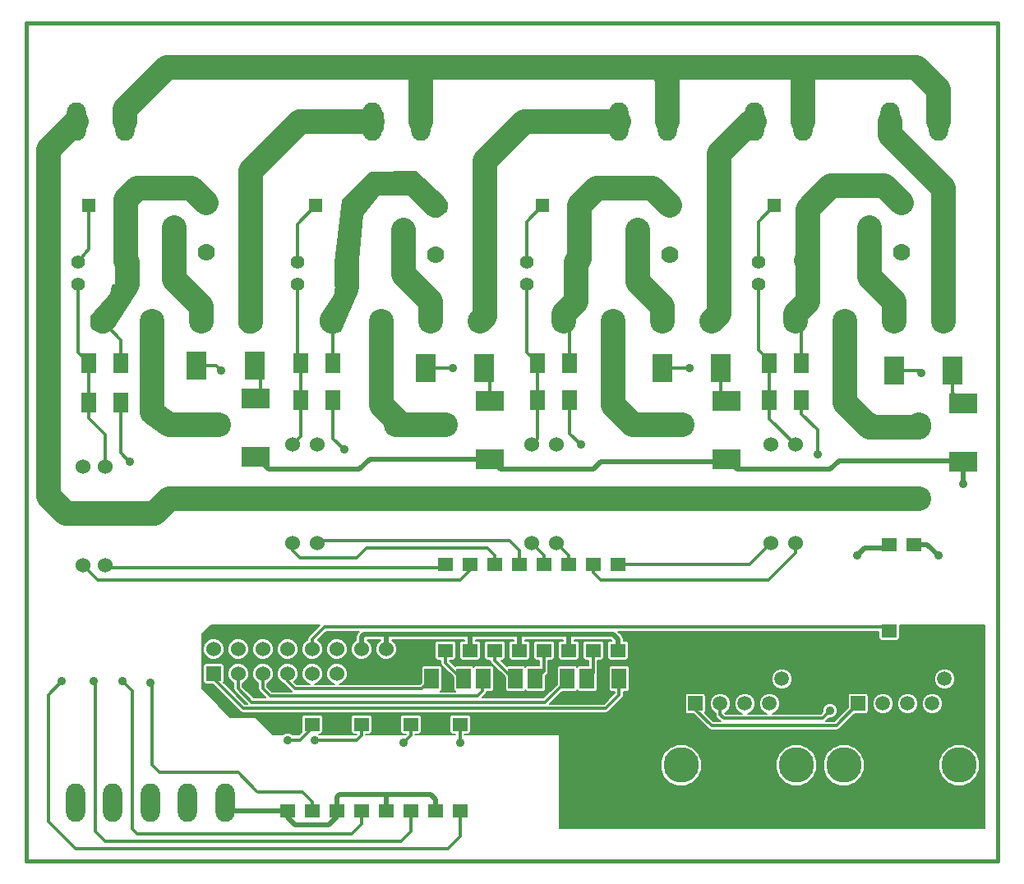
<source format=gbl>
G04 (created by PCBNEW (2013-jul-07)-stable) date ven. 28 nov. 2014 17:15:50 CET*
%MOIN*%
G04 Gerber Fmt 3.4, Leading zero omitted, Abs format*
%FSLAX34Y34*%
G01*
G70*
G90*
G04 APERTURE LIST*
%ADD10C,0.00590551*%
%ADD11C,0.015*%
%ADD12O,0.078X0.156*%
%ADD13R,0.06X0.08*%
%ADD14R,0.0787X0.1181*%
%ADD15R,0.1181X0.0787*%
%ADD16C,0.1*%
%ADD17C,0.055*%
%ADD18R,0.055X0.055*%
%ADD19C,0.1437*%
%ADD20R,0.0591X0.0591*%
%ADD21C,0.0591*%
%ADD22C,0.0787402*%
%ADD23C,0.07*%
%ADD24R,0.07X0.07*%
%ADD25R,0.06X0.06*%
%ADD26C,0.06*%
%ADD27R,0.0590551X0.0551181*%
%ADD28C,0.035*%
%ADD29C,0.0197*%
%ADD30C,0.1*%
%ADD31C,0.011811*%
%ADD32C,0.005*%
G04 APERTURE END LIST*
G54D10*
G54D11*
X71500Y-62000D02*
X110900Y-62000D01*
X71500Y-28000D02*
X110900Y-28000D01*
X110900Y-28000D02*
X110800Y-28000D01*
X110900Y-62000D02*
X110900Y-28000D01*
X71500Y-62000D02*
X71500Y-28000D01*
G54D12*
X75490Y-32000D03*
X73520Y-32000D03*
G54D13*
X102950Y-43300D03*
X101650Y-43300D03*
X102950Y-41800D03*
X101650Y-41800D03*
G54D14*
X106719Y-42100D03*
X109081Y-42100D03*
G54D15*
X109500Y-43419D03*
X109500Y-45781D03*
G54D13*
X93550Y-43300D03*
X92250Y-43300D03*
X93550Y-41800D03*
X92250Y-41800D03*
G54D14*
X97319Y-42000D03*
X99681Y-42000D03*
G54D15*
X99900Y-43319D03*
X99900Y-45681D03*
G54D13*
X83950Y-43300D03*
X82650Y-43300D03*
X83950Y-41800D03*
X82650Y-41800D03*
X75330Y-43400D03*
X74030Y-43400D03*
X75350Y-41800D03*
X74050Y-41800D03*
G54D14*
X78419Y-41900D03*
X80781Y-41900D03*
G54D15*
X80800Y-43219D03*
X80800Y-45581D03*
G54D13*
X87950Y-54600D03*
X89250Y-54600D03*
X90050Y-54600D03*
X91350Y-54600D03*
X93450Y-54600D03*
X92150Y-54600D03*
X95550Y-54600D03*
X94250Y-54600D03*
G54D16*
X105700Y-47300D03*
X105700Y-44300D03*
X107700Y-47300D03*
X107700Y-44300D03*
X96100Y-47300D03*
X96100Y-44300D03*
X98100Y-47300D03*
X98100Y-44300D03*
X86500Y-47300D03*
X86500Y-44300D03*
X88500Y-47300D03*
X88500Y-44300D03*
X77300Y-47300D03*
X77300Y-44300D03*
X79300Y-47300D03*
X79300Y-44300D03*
X102700Y-40100D03*
X104700Y-40100D03*
X106700Y-40100D03*
X108700Y-40100D03*
X93300Y-40100D03*
X95300Y-40100D03*
X97300Y-40100D03*
X99300Y-40100D03*
X83900Y-40100D03*
X85900Y-40100D03*
X87900Y-40100D03*
X89900Y-40100D03*
X74600Y-40100D03*
X76600Y-40100D03*
X78600Y-40100D03*
X80600Y-40100D03*
G54D17*
X101200Y-38600D03*
X103200Y-38600D03*
G54D18*
X101850Y-35400D03*
G54D17*
X103350Y-35400D03*
X101200Y-37700D03*
X103200Y-37700D03*
X91800Y-38600D03*
X93800Y-38600D03*
G54D18*
X92450Y-35400D03*
G54D17*
X93950Y-35400D03*
X91800Y-37700D03*
X93800Y-37700D03*
X82500Y-38600D03*
X84500Y-38600D03*
G54D18*
X83250Y-35400D03*
G54D17*
X84750Y-35400D03*
X82500Y-37700D03*
X84500Y-37700D03*
X73600Y-38600D03*
X75600Y-38600D03*
G54D18*
X74050Y-35400D03*
G54D17*
X75550Y-35400D03*
X73600Y-37700D03*
X75600Y-37700D03*
G54D19*
X109338Y-58112D03*
X104665Y-58112D03*
G54D20*
X105250Y-55612D03*
G54D21*
X105750Y-54612D03*
X106250Y-55612D03*
X106750Y-54612D03*
X107250Y-55612D03*
X107750Y-54612D03*
X108250Y-55612D03*
X108750Y-54612D03*
G54D22*
X104250Y-60112D03*
X109700Y-60112D03*
G54D19*
X102738Y-58112D03*
X98065Y-58112D03*
G54D20*
X98650Y-55612D03*
G54D21*
X99150Y-54612D03*
X99650Y-55612D03*
X100150Y-54612D03*
X100650Y-55612D03*
X101150Y-54612D03*
X101650Y-55612D03*
X102150Y-54612D03*
G54D22*
X97650Y-60112D03*
X103100Y-60112D03*
G54D12*
X108490Y-32000D03*
X106520Y-32000D03*
X102990Y-32000D03*
X101020Y-32000D03*
X97490Y-32000D03*
X95520Y-32000D03*
X87490Y-32000D03*
X85520Y-32000D03*
X73500Y-59645D03*
X75015Y-59645D03*
X76531Y-59645D03*
X78047Y-59645D03*
X79562Y-59645D03*
G54D23*
X78800Y-37300D03*
X77500Y-36300D03*
G54D24*
X78800Y-35300D03*
G54D23*
X88100Y-37400D03*
X86800Y-36400D03*
G54D24*
X88100Y-35400D03*
G54D23*
X107000Y-37300D03*
X105700Y-36300D03*
G54D24*
X107000Y-35300D03*
G54D25*
X79100Y-54400D03*
G54D26*
X79100Y-53400D03*
X80100Y-54400D03*
X80100Y-53400D03*
X81100Y-54400D03*
X81100Y-53400D03*
X82100Y-54400D03*
X82100Y-53400D03*
X83100Y-54400D03*
X83100Y-53400D03*
X84100Y-54400D03*
X84100Y-53400D03*
X85100Y-54400D03*
X85100Y-53400D03*
X86100Y-54400D03*
X86100Y-53400D03*
G54D15*
X90300Y-43319D03*
X90300Y-45681D03*
G54D14*
X87719Y-42000D03*
X90081Y-42000D03*
G54D23*
X97600Y-37400D03*
X96300Y-36400D03*
G54D24*
X97600Y-35400D03*
G54D27*
X95500Y-53450D03*
X94500Y-53450D03*
X93500Y-53450D03*
X92500Y-53450D03*
X91500Y-53450D03*
X90500Y-53450D03*
X89500Y-53450D03*
X88500Y-53450D03*
X88500Y-49950D03*
X89500Y-49950D03*
X90500Y-49950D03*
X91500Y-49950D03*
X92500Y-49950D03*
X93500Y-49950D03*
X94500Y-49950D03*
X95500Y-49950D03*
X89100Y-59950D03*
X88100Y-59950D03*
X87100Y-59950D03*
X86100Y-59950D03*
X85100Y-59950D03*
X84100Y-59950D03*
X83100Y-59950D03*
X82100Y-59950D03*
X82100Y-56450D03*
X83100Y-56450D03*
X84100Y-56450D03*
X85100Y-56450D03*
X86100Y-56450D03*
X87100Y-56450D03*
X88100Y-56450D03*
X89100Y-56450D03*
X106500Y-49150D03*
X107500Y-49150D03*
X107500Y-52650D03*
X106500Y-52650D03*
G54D26*
X101700Y-49100D03*
X101700Y-45100D03*
X102700Y-49100D03*
X102700Y-45100D03*
X93000Y-49100D03*
X93000Y-45100D03*
X92000Y-49100D03*
X92000Y-45100D03*
X73800Y-50000D03*
X73800Y-46000D03*
X74700Y-50000D03*
X74700Y-46000D03*
X83300Y-49100D03*
X83300Y-45100D03*
X82300Y-49100D03*
X82300Y-45100D03*
G54D28*
X89100Y-57200D03*
X86800Y-57200D03*
X83200Y-57100D03*
X82100Y-57100D03*
X109500Y-46700D03*
X75700Y-45800D03*
X108500Y-49600D03*
X105200Y-49600D03*
X103600Y-45500D03*
X107800Y-42200D03*
X84400Y-45300D03*
X88800Y-42000D03*
X94000Y-45100D03*
X98400Y-42000D03*
X72950Y-54700D03*
X74250Y-54700D03*
X75400Y-54700D03*
X76550Y-54750D03*
X79400Y-42100D03*
X104100Y-55900D03*
G54D29*
X86100Y-53400D02*
X86100Y-52800D01*
X86500Y-52800D02*
X86100Y-52800D01*
X86100Y-52800D02*
X85200Y-52800D01*
X85200Y-52800D02*
X85100Y-52900D01*
X85100Y-52900D02*
X85100Y-53400D01*
X89500Y-53450D02*
X89500Y-52800D01*
X91500Y-53450D02*
X91500Y-52800D01*
X93500Y-53450D02*
X93500Y-52800D01*
X95500Y-53000D02*
X95500Y-53450D01*
X95300Y-52800D02*
X95500Y-53000D01*
X86500Y-52800D02*
X89500Y-52800D01*
X89500Y-52800D02*
X91500Y-52800D01*
X91500Y-52800D02*
X93500Y-52800D01*
X93500Y-52800D02*
X95300Y-52800D01*
G54D30*
X78600Y-40100D02*
X78600Y-39500D01*
X77500Y-38400D02*
X77500Y-36300D01*
X78600Y-39500D02*
X77500Y-38400D01*
X76600Y-40100D02*
X76600Y-43800D01*
X76600Y-43800D02*
X77300Y-44300D01*
X79300Y-44300D02*
X77300Y-44300D01*
X80600Y-40100D02*
X80600Y-34000D01*
X82600Y-32000D02*
X85520Y-32000D01*
X80600Y-34000D02*
X82600Y-32000D01*
X78200Y-34700D02*
X78800Y-35300D01*
X76000Y-34700D02*
X78200Y-34700D01*
X75550Y-35150D02*
X76000Y-34700D01*
X75550Y-35400D02*
X75550Y-35150D01*
X75550Y-35400D02*
X75550Y-37650D01*
X75550Y-37650D02*
X75600Y-37700D01*
X75600Y-37700D02*
X75600Y-38600D01*
G54D31*
X75350Y-41800D02*
X75350Y-40850D01*
X75350Y-40850D02*
X74600Y-40100D01*
G54D30*
X75600Y-38600D02*
X75600Y-37700D01*
X75550Y-35350D02*
X75550Y-35400D01*
X75550Y-35400D02*
X75550Y-35350D01*
X86800Y-36400D02*
X86800Y-38200D01*
X87900Y-39300D02*
X87900Y-40100D01*
X86800Y-38200D02*
X87900Y-39300D01*
X86500Y-44300D02*
X86500Y-44100D01*
X85900Y-43500D02*
X85900Y-40100D01*
X86500Y-44100D02*
X85900Y-43500D01*
X86500Y-44300D02*
X88500Y-44300D01*
X90100Y-33900D02*
X90100Y-39900D01*
X90100Y-39900D02*
X89900Y-40100D01*
X91700Y-32000D02*
X95520Y-32000D01*
X90100Y-33900D02*
X90100Y-33600D01*
X90100Y-33600D02*
X91700Y-32000D01*
G54D31*
X83950Y-41800D02*
X83950Y-40150D01*
X83950Y-40150D02*
X83900Y-40100D01*
G54D30*
X84500Y-38600D02*
X84500Y-37700D01*
G54D31*
X83950Y-41500D02*
X83950Y-40150D01*
X83950Y-40150D02*
X83900Y-40100D01*
X83950Y-40150D02*
X83900Y-40100D01*
X83950Y-40150D02*
X83900Y-40100D01*
G54D30*
X97300Y-40100D02*
X97300Y-39500D01*
X96300Y-38500D02*
X96300Y-36400D01*
X97300Y-39500D02*
X96300Y-38500D01*
X96100Y-44300D02*
X98100Y-44300D01*
X95300Y-40100D02*
X95300Y-43500D01*
X95300Y-43500D02*
X96100Y-44300D01*
X101020Y-32000D02*
X100900Y-32000D01*
X99600Y-39800D02*
X99300Y-40100D01*
X99600Y-33300D02*
X99600Y-39800D01*
X100900Y-32000D02*
X99600Y-33300D01*
X93950Y-35400D02*
X94650Y-34700D01*
X94900Y-34700D02*
X96900Y-34700D01*
X96900Y-34700D02*
X97600Y-35400D01*
X94650Y-34700D02*
X94900Y-34700D01*
X93800Y-37700D02*
X93950Y-37550D01*
X93950Y-37550D02*
X93950Y-35400D01*
G54D31*
X93550Y-41600D02*
X93550Y-40350D01*
X93550Y-40350D02*
X93300Y-40100D01*
G54D30*
X93800Y-38600D02*
X93800Y-37700D01*
X93300Y-40100D02*
X93300Y-39800D01*
X93800Y-39300D02*
X93800Y-38600D01*
X93300Y-39800D02*
X93800Y-39300D01*
X105700Y-36300D02*
X105700Y-38300D01*
X106700Y-39300D02*
X106700Y-40100D01*
X105700Y-38300D02*
X106700Y-39300D01*
X105700Y-44400D02*
X107700Y-44400D01*
X104700Y-40100D02*
X104700Y-43400D01*
X104700Y-43400D02*
X105700Y-44400D01*
X108700Y-40100D02*
X108700Y-34700D01*
X108700Y-34700D02*
X108700Y-34800D01*
X108700Y-34800D02*
X108700Y-34700D01*
X106520Y-32520D02*
X106520Y-32000D01*
X108700Y-34700D02*
X106520Y-32520D01*
X103350Y-35400D02*
X104150Y-34600D01*
X104600Y-34600D02*
X106300Y-34600D01*
X106300Y-34600D02*
X107000Y-35300D01*
X104150Y-34600D02*
X104600Y-34600D01*
X103350Y-35400D02*
X103200Y-35550D01*
X103200Y-35550D02*
X103200Y-37700D01*
G54D31*
X103200Y-38600D02*
X103200Y-37700D01*
X102950Y-41700D02*
X102950Y-40350D01*
X102950Y-40350D02*
X102700Y-40100D01*
G54D30*
X102700Y-40100D02*
X102700Y-39800D01*
X103200Y-39300D02*
X103200Y-37700D01*
X102700Y-39800D02*
X103200Y-39300D01*
X103200Y-37700D02*
X103130Y-37630D01*
G54D31*
X89100Y-57200D02*
X89100Y-56450D01*
X87100Y-56450D02*
X87100Y-56900D01*
X87100Y-56900D02*
X86800Y-57200D01*
X85100Y-56450D02*
X85100Y-56900D01*
X84900Y-57100D02*
X83200Y-57100D01*
X85100Y-56900D02*
X84900Y-57100D01*
X83100Y-56450D02*
X83100Y-56600D01*
X82600Y-57100D02*
X82100Y-57100D01*
X83100Y-56600D02*
X82600Y-57100D01*
G54D29*
X86100Y-59950D02*
X86100Y-59300D01*
X84100Y-59950D02*
X84100Y-59400D01*
X88100Y-59500D02*
X88100Y-59950D01*
X87900Y-59300D02*
X88100Y-59500D01*
X84200Y-59300D02*
X86100Y-59300D01*
X86100Y-59300D02*
X87900Y-59300D01*
X84100Y-59400D02*
X84200Y-59300D01*
X82100Y-59950D02*
X82100Y-60245D01*
X84100Y-60200D02*
X84100Y-59950D01*
X83754Y-60545D02*
X84100Y-60200D01*
X82400Y-60545D02*
X83754Y-60545D01*
X82100Y-60245D02*
X82400Y-60545D01*
X82100Y-59950D02*
X79867Y-59950D01*
X79867Y-59950D02*
X79562Y-59645D01*
G54D30*
X72400Y-45800D02*
X72400Y-47200D01*
X76700Y-47900D02*
X77300Y-47300D01*
X73100Y-47900D02*
X76700Y-47900D01*
X72400Y-47200D02*
X73100Y-47900D01*
X98100Y-47300D02*
X105700Y-47300D01*
X105700Y-47300D02*
X107700Y-47300D01*
X88500Y-47300D02*
X96100Y-47300D01*
X96100Y-47300D02*
X98100Y-47300D01*
X79300Y-47300D02*
X86500Y-47300D01*
X72400Y-45800D02*
X72400Y-33120D01*
X72400Y-33120D02*
X73520Y-32000D01*
X87200Y-47300D02*
X79300Y-47300D01*
X79300Y-47300D02*
X77300Y-47300D01*
X86500Y-47300D02*
X88500Y-47300D01*
G54D29*
X95100Y-45800D02*
X94810Y-45800D01*
X90729Y-46110D02*
X90300Y-45681D01*
X94500Y-46110D02*
X90729Y-46110D01*
X94810Y-45800D02*
X94500Y-46110D01*
X90300Y-45681D02*
X85429Y-45681D01*
X85429Y-45681D02*
X85000Y-46110D01*
X85000Y-46110D02*
X81329Y-46110D01*
X81329Y-46110D02*
X80800Y-45581D01*
X105400Y-45750D02*
X104460Y-45750D01*
X100329Y-46110D02*
X99900Y-45681D01*
X104100Y-46110D02*
X100329Y-46110D01*
X104460Y-45750D02*
X104100Y-46110D01*
X109469Y-45750D02*
X109500Y-45781D01*
X105400Y-45750D02*
X109469Y-45750D01*
X99781Y-45800D02*
X99900Y-45681D01*
X95100Y-45800D02*
X99781Y-45800D01*
X109500Y-46700D02*
X109500Y-45781D01*
G54D30*
X75490Y-32000D02*
X75490Y-31510D01*
X77200Y-29800D02*
X87490Y-29800D01*
X75490Y-31510D02*
X77200Y-29800D01*
X102990Y-32000D02*
X102990Y-29800D01*
X102900Y-30000D02*
X102900Y-29800D01*
X102900Y-29890D02*
X102900Y-30000D01*
X102990Y-29800D02*
X102900Y-29890D01*
X97490Y-32000D02*
X97490Y-29800D01*
X97400Y-30100D02*
X97400Y-29800D01*
X97400Y-29890D02*
X97400Y-30100D01*
X97490Y-29800D02*
X97400Y-29890D01*
X87490Y-32000D02*
X87490Y-29800D01*
X87400Y-30000D02*
X87400Y-29800D01*
X87490Y-29800D02*
X87400Y-29890D01*
X87400Y-29890D02*
X87400Y-30000D01*
X108490Y-32000D02*
X108490Y-30690D01*
X107600Y-29800D02*
X102900Y-29800D01*
X102900Y-29800D02*
X97400Y-29800D01*
X97400Y-29800D02*
X87400Y-29800D01*
X108490Y-30690D02*
X107600Y-29800D01*
G54D29*
X81000Y-45481D02*
X81000Y-45901D01*
G54D31*
X93500Y-49950D02*
X93500Y-49600D01*
X93500Y-49600D02*
X93000Y-49100D01*
X100100Y-50600D02*
X101600Y-50600D01*
X102700Y-49500D02*
X102700Y-49100D01*
X101600Y-50600D02*
X102700Y-49500D01*
X94500Y-49950D02*
X94500Y-50300D01*
X94500Y-50300D02*
X94800Y-50600D01*
X94800Y-50600D02*
X100100Y-50600D01*
X95500Y-49950D02*
X100850Y-49950D01*
X100850Y-49950D02*
X101700Y-49100D01*
X92500Y-49950D02*
X92500Y-49600D01*
X92500Y-49600D02*
X92000Y-49100D01*
X92500Y-49600D02*
X92000Y-49100D01*
X82300Y-49100D02*
X82300Y-49400D01*
X90200Y-49300D02*
X90500Y-49600D01*
X90500Y-49600D02*
X90500Y-49950D01*
X85300Y-49300D02*
X90200Y-49300D01*
X84900Y-49700D02*
X85300Y-49300D01*
X82600Y-49700D02*
X84900Y-49700D01*
X82300Y-49400D02*
X82600Y-49700D01*
X91500Y-49400D02*
X91500Y-49950D01*
X91100Y-49000D02*
X91500Y-49400D01*
X83500Y-49000D02*
X91100Y-49000D01*
X75330Y-43400D02*
X75330Y-45430D01*
X75330Y-45430D02*
X75700Y-45800D01*
X75450Y-45550D02*
X75700Y-45800D01*
X75450Y-45550D02*
X75700Y-45800D01*
G54D29*
X108050Y-49150D02*
X107500Y-49150D01*
X108500Y-49600D02*
X108050Y-49150D01*
X106350Y-49300D02*
X106500Y-49150D01*
X105500Y-49300D02*
X106350Y-49300D01*
X105200Y-49600D02*
X105500Y-49300D01*
G54D31*
X102950Y-43300D02*
X102950Y-43850D01*
X103600Y-44500D02*
X103600Y-45500D01*
X102950Y-43850D02*
X103600Y-44500D01*
X107700Y-42100D02*
X106719Y-42100D01*
X107800Y-42200D02*
X107700Y-42100D01*
X83950Y-43000D02*
X83950Y-44850D01*
X83950Y-44850D02*
X84400Y-45300D01*
X88800Y-42000D02*
X87719Y-42000D01*
X87700Y-42000D02*
X87719Y-42000D01*
X93550Y-43000D02*
X93550Y-44650D01*
X93550Y-44650D02*
X94000Y-45100D01*
X98400Y-42000D02*
X97319Y-42000D01*
X94500Y-53450D02*
X94500Y-54350D01*
X94500Y-54350D02*
X94250Y-54600D01*
X92500Y-53450D02*
X92500Y-54300D01*
X92500Y-54300D02*
X92100Y-54700D01*
X90500Y-53450D02*
X90500Y-53850D01*
X90500Y-53850D02*
X91300Y-54650D01*
X88500Y-53450D02*
X88500Y-53950D01*
X88500Y-53950D02*
X89200Y-54650D01*
X72400Y-57750D02*
X72400Y-55250D01*
X72400Y-55250D02*
X72950Y-54700D01*
X89100Y-61000D02*
X89100Y-59950D01*
X88600Y-61500D02*
X89100Y-61000D01*
X73500Y-61500D02*
X88600Y-61500D01*
X72400Y-60400D02*
X73500Y-61500D01*
X72400Y-57750D02*
X72400Y-60400D01*
X74300Y-56250D02*
X74300Y-54750D01*
X74300Y-54750D02*
X74250Y-54700D01*
X87100Y-60800D02*
X87100Y-59950D01*
X86700Y-61200D02*
X87100Y-60800D01*
X74700Y-61200D02*
X86700Y-61200D01*
X74300Y-60800D02*
X74700Y-61200D01*
X74300Y-56250D02*
X74300Y-60800D01*
X75800Y-57650D02*
X75800Y-55100D01*
X75800Y-55100D02*
X75400Y-54700D01*
X85100Y-60500D02*
X85100Y-59950D01*
X84700Y-60900D02*
X85100Y-60500D01*
X76000Y-60900D02*
X84700Y-60900D01*
X75800Y-60700D02*
X76000Y-60900D01*
X75800Y-57650D02*
X75800Y-60700D01*
X76600Y-57400D02*
X76600Y-58100D01*
X80100Y-58400D02*
X80850Y-59150D01*
X76900Y-58400D02*
X80100Y-58400D01*
X76600Y-58100D02*
X76900Y-58400D01*
X76600Y-57400D02*
X76600Y-54800D01*
X76600Y-54800D02*
X76550Y-54750D01*
X83100Y-59600D02*
X83100Y-59950D01*
X82700Y-59200D02*
X83100Y-59600D01*
X80900Y-59200D02*
X82700Y-59200D01*
X80850Y-59150D02*
X80900Y-59200D01*
X81000Y-43119D02*
X81000Y-42119D01*
X81000Y-42119D02*
X80781Y-41900D01*
X109081Y-42100D02*
X109081Y-43000D01*
X109081Y-43000D02*
X109500Y-43419D01*
X78419Y-41900D02*
X79200Y-41900D01*
X79200Y-41900D02*
X79400Y-42100D01*
X90300Y-43319D02*
X90300Y-42219D01*
X90300Y-42219D02*
X90081Y-42000D01*
X99681Y-42000D02*
X99681Y-43100D01*
X99681Y-43100D02*
X99900Y-43319D01*
X88500Y-49950D02*
X88350Y-49950D01*
X74800Y-50100D02*
X74700Y-50000D01*
X88200Y-50100D02*
X74800Y-50100D01*
X88350Y-49950D02*
X88200Y-50100D01*
X74600Y-50600D02*
X74400Y-50600D01*
X89100Y-50600D02*
X74600Y-50600D01*
X89500Y-50200D02*
X89100Y-50600D01*
X89500Y-49950D02*
X89500Y-50200D01*
X74400Y-50600D02*
X73800Y-50000D01*
X81000Y-55800D02*
X80300Y-55800D01*
X79100Y-54600D02*
X79100Y-54400D01*
X80300Y-55800D02*
X79100Y-54600D01*
X93800Y-55800D02*
X95000Y-55800D01*
X81000Y-55800D02*
X93800Y-55800D01*
X95550Y-55250D02*
X95550Y-54600D01*
X95000Y-55800D02*
X95550Y-55250D01*
X74050Y-35400D02*
X74050Y-37150D01*
X74050Y-37150D02*
X73600Y-37700D01*
X74030Y-43400D02*
X74030Y-44030D01*
X74700Y-44700D02*
X74700Y-46000D01*
X74030Y-44030D02*
X74700Y-44700D01*
X73600Y-38600D02*
X73600Y-41350D01*
X73600Y-41350D02*
X74050Y-41800D01*
X74050Y-41800D02*
X74050Y-43380D01*
X74050Y-43380D02*
X74030Y-43400D01*
X80100Y-54400D02*
X80100Y-55000D01*
X80100Y-55000D02*
X80650Y-55550D01*
X92550Y-55550D02*
X93400Y-54700D01*
X80650Y-55550D02*
X92550Y-55550D01*
X82500Y-37400D02*
X82500Y-36150D01*
X82500Y-36150D02*
X83250Y-35400D01*
X82500Y-37700D02*
X82500Y-37400D01*
X82650Y-43300D02*
X82650Y-44750D01*
X82650Y-44750D02*
X82300Y-45100D01*
X82500Y-38600D02*
X82500Y-41650D01*
X82500Y-41650D02*
X82650Y-41800D01*
X82650Y-43300D02*
X82650Y-41800D01*
X81100Y-54400D02*
X81100Y-55000D01*
X90000Y-55100D02*
X90000Y-54650D01*
X89800Y-55300D02*
X90000Y-55100D01*
X81400Y-55300D02*
X89800Y-55300D01*
X81100Y-55000D02*
X81400Y-55300D01*
X92450Y-35400D02*
X91800Y-36050D01*
X91800Y-36050D02*
X91800Y-37700D01*
X92250Y-43300D02*
X92250Y-44850D01*
X92250Y-44850D02*
X92000Y-45100D01*
X91800Y-38600D02*
X91800Y-41350D01*
X91800Y-41350D02*
X92250Y-41800D01*
X92250Y-41800D02*
X92250Y-43300D01*
X82100Y-54400D02*
X82100Y-54700D01*
X87550Y-55000D02*
X87950Y-54600D01*
X82400Y-55000D02*
X87550Y-55000D01*
X82100Y-54700D02*
X82400Y-55000D01*
X101850Y-35400D02*
X101200Y-36050D01*
X101200Y-36050D02*
X101200Y-37700D01*
X101650Y-43300D02*
X101650Y-44050D01*
X101650Y-44050D02*
X102700Y-45100D01*
X101200Y-41250D02*
X101650Y-41700D01*
X101200Y-38600D02*
X101200Y-41250D01*
X101650Y-41700D02*
X101650Y-43100D01*
X99650Y-55612D02*
X99650Y-56050D01*
X103800Y-56200D02*
X104100Y-55900D01*
X99800Y-56200D02*
X103800Y-56200D01*
X99650Y-56050D02*
X99800Y-56200D01*
X98650Y-55612D02*
X98650Y-55850D01*
X104362Y-56500D02*
X105250Y-55612D01*
X99300Y-56500D02*
X104362Y-56500D01*
X98650Y-55850D02*
X99300Y-56500D01*
X83100Y-53400D02*
X83100Y-53000D01*
X106350Y-52500D02*
X106500Y-52650D01*
X83600Y-52500D02*
X106350Y-52500D01*
X83100Y-53000D02*
X83600Y-52500D01*
G54D10*
G36*
X110375Y-60675D02*
X110181Y-60675D01*
X110181Y-57945D01*
X110053Y-57635D01*
X109816Y-57397D01*
X109506Y-57269D01*
X109170Y-57268D01*
X109170Y-57269D01*
X109170Y-54529D01*
X109106Y-54374D01*
X108988Y-54256D01*
X108834Y-54192D01*
X108666Y-54192D01*
X108512Y-54255D01*
X108393Y-54374D01*
X108329Y-54528D01*
X108329Y-54695D01*
X108393Y-54850D01*
X108511Y-54968D01*
X108665Y-55033D01*
X108833Y-55033D01*
X108987Y-54969D01*
X109106Y-54851D01*
X109170Y-54696D01*
X109170Y-54529D01*
X109170Y-57269D01*
X108860Y-57397D01*
X108670Y-57587D01*
X108670Y-55529D01*
X108606Y-55374D01*
X108488Y-55256D01*
X108334Y-55192D01*
X108166Y-55192D01*
X108012Y-55255D01*
X107893Y-55374D01*
X107829Y-55528D01*
X107829Y-55695D01*
X107893Y-55850D01*
X108011Y-55968D01*
X108165Y-56033D01*
X108333Y-56033D01*
X108487Y-55969D01*
X108606Y-55851D01*
X108670Y-55696D01*
X108670Y-55529D01*
X108670Y-57587D01*
X108623Y-57634D01*
X108494Y-57944D01*
X108494Y-58279D01*
X108622Y-58589D01*
X108859Y-58827D01*
X109169Y-58955D01*
X109505Y-58956D01*
X109815Y-58828D01*
X110052Y-58591D01*
X110181Y-58281D01*
X110181Y-57945D01*
X110181Y-60675D01*
X107670Y-60675D01*
X107670Y-55529D01*
X107606Y-55374D01*
X107488Y-55256D01*
X107334Y-55192D01*
X107166Y-55192D01*
X107012Y-55255D01*
X106893Y-55374D01*
X106829Y-55528D01*
X106829Y-55695D01*
X106893Y-55850D01*
X107011Y-55968D01*
X107165Y-56033D01*
X107333Y-56033D01*
X107487Y-55969D01*
X107606Y-55851D01*
X107670Y-55696D01*
X107670Y-55529D01*
X107670Y-60675D01*
X106670Y-60675D01*
X106670Y-55529D01*
X106606Y-55374D01*
X106488Y-55256D01*
X106334Y-55192D01*
X106166Y-55192D01*
X106012Y-55255D01*
X105893Y-55374D01*
X105829Y-55528D01*
X105829Y-55695D01*
X105893Y-55850D01*
X106011Y-55968D01*
X106165Y-56033D01*
X106333Y-56033D01*
X106487Y-55969D01*
X106606Y-55851D01*
X106670Y-55696D01*
X106670Y-55529D01*
X106670Y-60675D01*
X105670Y-60675D01*
X105670Y-55883D01*
X105670Y-55292D01*
X105651Y-55246D01*
X105616Y-55211D01*
X105570Y-55192D01*
X105520Y-55192D01*
X104929Y-55192D01*
X104883Y-55211D01*
X104848Y-55246D01*
X104829Y-55292D01*
X104829Y-55341D01*
X104829Y-55772D01*
X104286Y-56315D01*
X103944Y-56315D01*
X104060Y-56199D01*
X104159Y-56200D01*
X104269Y-56154D01*
X104354Y-56070D01*
X104399Y-55959D01*
X104400Y-55840D01*
X104354Y-55730D01*
X104270Y-55645D01*
X104159Y-55600D01*
X104040Y-55599D01*
X103930Y-55645D01*
X103845Y-55729D01*
X103800Y-55840D01*
X103799Y-55939D01*
X103723Y-56015D01*
X102570Y-56015D01*
X102570Y-54529D01*
X102506Y-54374D01*
X102388Y-54256D01*
X102234Y-54192D01*
X102066Y-54192D01*
X101912Y-54255D01*
X101793Y-54374D01*
X101729Y-54528D01*
X101729Y-54695D01*
X101793Y-54850D01*
X101911Y-54968D01*
X102065Y-55033D01*
X102233Y-55033D01*
X102387Y-54969D01*
X102506Y-54851D01*
X102570Y-54696D01*
X102570Y-54529D01*
X102570Y-56015D01*
X101774Y-56015D01*
X101887Y-55969D01*
X102006Y-55851D01*
X102070Y-55696D01*
X102070Y-55529D01*
X102006Y-55374D01*
X101888Y-55256D01*
X101734Y-55192D01*
X101566Y-55192D01*
X101412Y-55255D01*
X101293Y-55374D01*
X101229Y-55528D01*
X101229Y-55695D01*
X101293Y-55850D01*
X101411Y-55968D01*
X101524Y-56015D01*
X100774Y-56015D01*
X100887Y-55969D01*
X101006Y-55851D01*
X101070Y-55696D01*
X101070Y-55529D01*
X101006Y-55374D01*
X100888Y-55256D01*
X100734Y-55192D01*
X100566Y-55192D01*
X100412Y-55255D01*
X100293Y-55374D01*
X100229Y-55528D01*
X100229Y-55695D01*
X100293Y-55850D01*
X100411Y-55968D01*
X100524Y-56015D01*
X99876Y-56015D01*
X99846Y-55986D01*
X99887Y-55969D01*
X100006Y-55851D01*
X100070Y-55696D01*
X100070Y-55529D01*
X100006Y-55374D01*
X99888Y-55256D01*
X99734Y-55192D01*
X99566Y-55192D01*
X99412Y-55255D01*
X99293Y-55374D01*
X99229Y-55528D01*
X99229Y-55695D01*
X99293Y-55850D01*
X99411Y-55968D01*
X99465Y-55991D01*
X99465Y-56050D01*
X99479Y-56120D01*
X99519Y-56180D01*
X99655Y-56315D01*
X99376Y-56315D01*
X99045Y-55985D01*
X99051Y-55978D01*
X99070Y-55933D01*
X99070Y-55883D01*
X99070Y-55292D01*
X99051Y-55246D01*
X99016Y-55211D01*
X98970Y-55192D01*
X98920Y-55192D01*
X98329Y-55192D01*
X98283Y-55211D01*
X98248Y-55246D01*
X98229Y-55292D01*
X98229Y-55341D01*
X98229Y-55932D01*
X98248Y-55978D01*
X98283Y-56014D01*
X98329Y-56033D01*
X98379Y-56033D01*
X98572Y-56033D01*
X99169Y-56630D01*
X99169Y-56630D01*
X99229Y-56670D01*
X99300Y-56684D01*
X104362Y-56684D01*
X104362Y-56684D01*
X104433Y-56670D01*
X104433Y-56670D01*
X104492Y-56630D01*
X105089Y-56033D01*
X105570Y-56033D01*
X105616Y-56014D01*
X105651Y-55978D01*
X105670Y-55933D01*
X105670Y-55883D01*
X105670Y-60675D01*
X105508Y-60675D01*
X105508Y-57945D01*
X105380Y-57635D01*
X105143Y-57397D01*
X104833Y-57269D01*
X104497Y-57268D01*
X104187Y-57397D01*
X103950Y-57634D01*
X103821Y-57944D01*
X103821Y-58279D01*
X103949Y-58589D01*
X104186Y-58827D01*
X104496Y-58955D01*
X104832Y-58956D01*
X105142Y-58828D01*
X105379Y-58591D01*
X105508Y-58281D01*
X105508Y-57945D01*
X105508Y-60675D01*
X103581Y-60675D01*
X103581Y-57945D01*
X103453Y-57635D01*
X103216Y-57397D01*
X102906Y-57269D01*
X102570Y-57268D01*
X102260Y-57397D01*
X102023Y-57634D01*
X101894Y-57944D01*
X101894Y-58279D01*
X102022Y-58589D01*
X102259Y-58827D01*
X102569Y-58955D01*
X102905Y-58956D01*
X103215Y-58828D01*
X103452Y-58591D01*
X103581Y-58281D01*
X103581Y-57945D01*
X103581Y-60675D01*
X98908Y-60675D01*
X98908Y-57945D01*
X98780Y-57635D01*
X98543Y-57397D01*
X98233Y-57269D01*
X97897Y-57268D01*
X97587Y-57397D01*
X97350Y-57634D01*
X97221Y-57944D01*
X97221Y-58279D01*
X97349Y-58589D01*
X97586Y-58827D01*
X97896Y-58955D01*
X98232Y-58956D01*
X98542Y-58828D01*
X98779Y-58591D01*
X98908Y-58281D01*
X98908Y-57945D01*
X98908Y-60675D01*
X95975Y-60675D01*
X95975Y-54975D01*
X95975Y-54175D01*
X95956Y-54129D01*
X95920Y-54094D01*
X95874Y-54075D01*
X95825Y-54074D01*
X95225Y-54074D01*
X95179Y-54093D01*
X95144Y-54129D01*
X95125Y-54175D01*
X95124Y-54224D01*
X95124Y-55024D01*
X95143Y-55070D01*
X95179Y-55105D01*
X95225Y-55124D01*
X95274Y-55125D01*
X95365Y-55125D01*
X95365Y-55173D01*
X94923Y-55615D01*
X93800Y-55615D01*
X92744Y-55615D01*
X93235Y-55125D01*
X93774Y-55125D01*
X93820Y-55106D01*
X93850Y-55076D01*
X93879Y-55105D01*
X93925Y-55124D01*
X93974Y-55125D01*
X94574Y-55125D01*
X94620Y-55106D01*
X94655Y-55070D01*
X94674Y-55024D01*
X94675Y-54975D01*
X94675Y-54395D01*
X94675Y-54395D01*
X94684Y-54350D01*
X94684Y-54350D01*
X94684Y-53850D01*
X94820Y-53850D01*
X94865Y-53831D01*
X94901Y-53796D01*
X94920Y-53750D01*
X94920Y-53700D01*
X94920Y-53149D01*
X94901Y-53103D01*
X94866Y-53068D01*
X94820Y-53049D01*
X94770Y-53049D01*
X94179Y-53049D01*
X94134Y-53068D01*
X94098Y-53103D01*
X94079Y-53149D01*
X94079Y-53199D01*
X94079Y-53750D01*
X94098Y-53796D01*
X94133Y-53831D01*
X94179Y-53850D01*
X94229Y-53850D01*
X94315Y-53850D01*
X94315Y-54074D01*
X93925Y-54074D01*
X93879Y-54093D01*
X93849Y-54123D01*
X93820Y-54094D01*
X93774Y-54075D01*
X93725Y-54074D01*
X93125Y-54074D01*
X93079Y-54093D01*
X93044Y-54129D01*
X93025Y-54175D01*
X93024Y-54224D01*
X93024Y-54814D01*
X92920Y-54919D01*
X92920Y-53700D01*
X92920Y-53149D01*
X92901Y-53103D01*
X92866Y-53068D01*
X92820Y-53049D01*
X92770Y-53049D01*
X92179Y-53049D01*
X92134Y-53068D01*
X92098Y-53103D01*
X92079Y-53149D01*
X92079Y-53199D01*
X92079Y-53750D01*
X92098Y-53796D01*
X92133Y-53831D01*
X92179Y-53850D01*
X92229Y-53850D01*
X92315Y-53850D01*
X92315Y-54074D01*
X91825Y-54074D01*
X91779Y-54093D01*
X91749Y-54123D01*
X91720Y-54094D01*
X91674Y-54075D01*
X91625Y-54074D01*
X91025Y-54074D01*
X90996Y-54086D01*
X90760Y-53850D01*
X90820Y-53850D01*
X90865Y-53831D01*
X90901Y-53796D01*
X90920Y-53750D01*
X90920Y-53700D01*
X90920Y-53149D01*
X90901Y-53103D01*
X90866Y-53068D01*
X90820Y-53049D01*
X90770Y-53049D01*
X90179Y-53049D01*
X90134Y-53068D01*
X90098Y-53103D01*
X90079Y-53149D01*
X90079Y-53199D01*
X90079Y-53750D01*
X90098Y-53796D01*
X90133Y-53831D01*
X90179Y-53850D01*
X90229Y-53850D01*
X90316Y-53850D01*
X90329Y-53920D01*
X90369Y-53980D01*
X90924Y-54535D01*
X90924Y-55024D01*
X90943Y-55070D01*
X90979Y-55105D01*
X91025Y-55124D01*
X91074Y-55125D01*
X91674Y-55125D01*
X91720Y-55106D01*
X91750Y-55076D01*
X91779Y-55105D01*
X91825Y-55124D01*
X91874Y-55125D01*
X92474Y-55125D01*
X92520Y-55106D01*
X92555Y-55070D01*
X92574Y-55024D01*
X92575Y-54975D01*
X92575Y-54485D01*
X92630Y-54430D01*
X92630Y-54430D01*
X92670Y-54370D01*
X92684Y-54300D01*
X92684Y-54300D01*
X92684Y-53850D01*
X92820Y-53850D01*
X92865Y-53831D01*
X92901Y-53796D01*
X92920Y-53750D01*
X92920Y-53700D01*
X92920Y-54919D01*
X92473Y-55365D01*
X89994Y-55365D01*
X90130Y-55230D01*
X90130Y-55230D01*
X90170Y-55170D01*
X90179Y-55125D01*
X90374Y-55125D01*
X90420Y-55106D01*
X90455Y-55070D01*
X90474Y-55024D01*
X90475Y-54975D01*
X90475Y-54175D01*
X90456Y-54129D01*
X90420Y-54094D01*
X90374Y-54075D01*
X90325Y-54074D01*
X89725Y-54074D01*
X89679Y-54093D01*
X89649Y-54123D01*
X89620Y-54094D01*
X89574Y-54075D01*
X89525Y-54074D01*
X88925Y-54074D01*
X88896Y-54086D01*
X88684Y-53873D01*
X88684Y-53850D01*
X88820Y-53850D01*
X88865Y-53831D01*
X88901Y-53796D01*
X88920Y-53750D01*
X88920Y-53700D01*
X88920Y-53149D01*
X88901Y-53103D01*
X88866Y-53068D01*
X88820Y-53049D01*
X88770Y-53049D01*
X88179Y-53049D01*
X88134Y-53068D01*
X88098Y-53103D01*
X88079Y-53149D01*
X88079Y-53199D01*
X88079Y-53750D01*
X88098Y-53796D01*
X88133Y-53831D01*
X88179Y-53850D01*
X88229Y-53850D01*
X88315Y-53850D01*
X88315Y-53950D01*
X88329Y-54020D01*
X88369Y-54080D01*
X88824Y-54535D01*
X88824Y-55024D01*
X88843Y-55070D01*
X88879Y-55105D01*
X88903Y-55115D01*
X88296Y-55115D01*
X88320Y-55106D01*
X88355Y-55070D01*
X88374Y-55024D01*
X88375Y-54975D01*
X88375Y-54175D01*
X88356Y-54129D01*
X88320Y-54094D01*
X88274Y-54075D01*
X88225Y-54074D01*
X87625Y-54074D01*
X87579Y-54093D01*
X87544Y-54129D01*
X87525Y-54175D01*
X87524Y-54224D01*
X87524Y-54764D01*
X87473Y-54815D01*
X84206Y-54815D01*
X84340Y-54760D01*
X84460Y-54641D01*
X84524Y-54484D01*
X84525Y-54315D01*
X84525Y-53315D01*
X84460Y-53159D01*
X84341Y-53039D01*
X84184Y-52975D01*
X84015Y-52974D01*
X83859Y-53039D01*
X83739Y-53158D01*
X83675Y-53315D01*
X83674Y-53484D01*
X83739Y-53640D01*
X83858Y-53760D01*
X84015Y-53824D01*
X84184Y-53825D01*
X84340Y-53760D01*
X84460Y-53641D01*
X84524Y-53484D01*
X84525Y-53315D01*
X84525Y-54315D01*
X84460Y-54159D01*
X84341Y-54039D01*
X84184Y-53975D01*
X84015Y-53974D01*
X83859Y-54039D01*
X83739Y-54158D01*
X83675Y-54315D01*
X83674Y-54484D01*
X83739Y-54640D01*
X83858Y-54760D01*
X83993Y-54815D01*
X83206Y-54815D01*
X83340Y-54760D01*
X83460Y-54641D01*
X83524Y-54484D01*
X83525Y-54315D01*
X83460Y-54159D01*
X83341Y-54039D01*
X83184Y-53975D01*
X83015Y-53974D01*
X82859Y-54039D01*
X82739Y-54158D01*
X82675Y-54315D01*
X82674Y-54484D01*
X82739Y-54640D01*
X82858Y-54760D01*
X82993Y-54815D01*
X82476Y-54815D01*
X82380Y-54720D01*
X82460Y-54641D01*
X82524Y-54484D01*
X82525Y-54315D01*
X82525Y-53315D01*
X82460Y-53159D01*
X82341Y-53039D01*
X82184Y-52975D01*
X82015Y-52974D01*
X81859Y-53039D01*
X81739Y-53158D01*
X81675Y-53315D01*
X81674Y-53484D01*
X81739Y-53640D01*
X81858Y-53760D01*
X82015Y-53824D01*
X82184Y-53825D01*
X82340Y-53760D01*
X82460Y-53641D01*
X82524Y-53484D01*
X82525Y-53315D01*
X82525Y-54315D01*
X82460Y-54159D01*
X82341Y-54039D01*
X82184Y-53975D01*
X82015Y-53974D01*
X81859Y-54039D01*
X81739Y-54158D01*
X81675Y-54315D01*
X81674Y-54484D01*
X81739Y-54640D01*
X81858Y-54760D01*
X81947Y-54796D01*
X81947Y-54796D01*
X81969Y-54830D01*
X82255Y-55115D01*
X81476Y-55115D01*
X81284Y-54923D01*
X81284Y-54783D01*
X81340Y-54760D01*
X81460Y-54641D01*
X81524Y-54484D01*
X81525Y-54315D01*
X81525Y-53315D01*
X81460Y-53159D01*
X81341Y-53039D01*
X81184Y-52975D01*
X81015Y-52974D01*
X80859Y-53039D01*
X80739Y-53158D01*
X80675Y-53315D01*
X80674Y-53484D01*
X80739Y-53640D01*
X80858Y-53760D01*
X81015Y-53824D01*
X81184Y-53825D01*
X81340Y-53760D01*
X81460Y-53641D01*
X81524Y-53484D01*
X81525Y-53315D01*
X81525Y-54315D01*
X81460Y-54159D01*
X81341Y-54039D01*
X81184Y-53975D01*
X81015Y-53974D01*
X80859Y-54039D01*
X80739Y-54158D01*
X80675Y-54315D01*
X80674Y-54484D01*
X80739Y-54640D01*
X80858Y-54760D01*
X80915Y-54783D01*
X80915Y-55000D01*
X80929Y-55070D01*
X80969Y-55130D01*
X81205Y-55365D01*
X80726Y-55365D01*
X80284Y-54923D01*
X80284Y-54783D01*
X80340Y-54760D01*
X80460Y-54641D01*
X80524Y-54484D01*
X80525Y-54315D01*
X80525Y-53315D01*
X80460Y-53159D01*
X80341Y-53039D01*
X80184Y-52975D01*
X80015Y-52974D01*
X79859Y-53039D01*
X79739Y-53158D01*
X79675Y-53315D01*
X79674Y-53484D01*
X79739Y-53640D01*
X79858Y-53760D01*
X80015Y-53824D01*
X80184Y-53825D01*
X80340Y-53760D01*
X80460Y-53641D01*
X80524Y-53484D01*
X80525Y-53315D01*
X80525Y-54315D01*
X80460Y-54159D01*
X80341Y-54039D01*
X80184Y-53975D01*
X80015Y-53974D01*
X79859Y-54039D01*
X79739Y-54158D01*
X79675Y-54315D01*
X79674Y-54484D01*
X79739Y-54640D01*
X79858Y-54760D01*
X79915Y-54783D01*
X79915Y-55000D01*
X79929Y-55070D01*
X79969Y-55130D01*
X80455Y-55615D01*
X80376Y-55615D01*
X79525Y-54764D01*
X79525Y-53315D01*
X79460Y-53159D01*
X79341Y-53039D01*
X79184Y-52975D01*
X79015Y-52974D01*
X78859Y-53039D01*
X78739Y-53158D01*
X78675Y-53315D01*
X78674Y-53484D01*
X78739Y-53640D01*
X78858Y-53760D01*
X79015Y-53824D01*
X79184Y-53825D01*
X79340Y-53760D01*
X79460Y-53641D01*
X79524Y-53484D01*
X79525Y-53315D01*
X79525Y-54764D01*
X79513Y-54753D01*
X79524Y-54724D01*
X79525Y-54675D01*
X79525Y-54075D01*
X79506Y-54029D01*
X79470Y-53994D01*
X79424Y-53975D01*
X79375Y-53974D01*
X78775Y-53974D01*
X78729Y-53993D01*
X78694Y-54029D01*
X78675Y-54075D01*
X78674Y-54124D01*
X78674Y-54724D01*
X78693Y-54770D01*
X78729Y-54805D01*
X78775Y-54824D01*
X78824Y-54825D01*
X79064Y-54825D01*
X80169Y-55930D01*
X80169Y-55930D01*
X80229Y-55970D01*
X80299Y-55984D01*
X80300Y-55984D01*
X81000Y-55984D01*
X93800Y-55984D01*
X95000Y-55984D01*
X95000Y-55984D01*
X95070Y-55970D01*
X95070Y-55970D01*
X95130Y-55930D01*
X95680Y-55380D01*
X95680Y-55380D01*
X95720Y-55320D01*
X95734Y-55250D01*
X95734Y-55250D01*
X95734Y-55125D01*
X95874Y-55125D01*
X95920Y-55106D01*
X95955Y-55070D01*
X95974Y-55024D01*
X95975Y-54975D01*
X95975Y-60675D01*
X93125Y-60675D01*
X93125Y-56875D01*
X89284Y-56875D01*
X89284Y-56850D01*
X89420Y-56850D01*
X89465Y-56831D01*
X89501Y-56796D01*
X89520Y-56750D01*
X89520Y-56700D01*
X89520Y-56149D01*
X89501Y-56103D01*
X89466Y-56068D01*
X89420Y-56049D01*
X89370Y-56049D01*
X88779Y-56049D01*
X88734Y-56068D01*
X88698Y-56103D01*
X88679Y-56149D01*
X88679Y-56199D01*
X88679Y-56750D01*
X88698Y-56796D01*
X88733Y-56831D01*
X88779Y-56850D01*
X88829Y-56850D01*
X88915Y-56850D01*
X88915Y-56875D01*
X87284Y-56875D01*
X87284Y-56850D01*
X87420Y-56850D01*
X87465Y-56831D01*
X87501Y-56796D01*
X87520Y-56750D01*
X87520Y-56700D01*
X87520Y-56149D01*
X87501Y-56103D01*
X87466Y-56068D01*
X87420Y-56049D01*
X87370Y-56049D01*
X86779Y-56049D01*
X86734Y-56068D01*
X86698Y-56103D01*
X86679Y-56149D01*
X86679Y-56199D01*
X86679Y-56750D01*
X86698Y-56796D01*
X86733Y-56831D01*
X86779Y-56850D01*
X86829Y-56850D01*
X86889Y-56850D01*
X86864Y-56875D01*
X85284Y-56875D01*
X85284Y-56850D01*
X85420Y-56850D01*
X85465Y-56831D01*
X85501Y-56796D01*
X85520Y-56750D01*
X85520Y-56700D01*
X85520Y-56149D01*
X85501Y-56103D01*
X85466Y-56068D01*
X85420Y-56049D01*
X85370Y-56049D01*
X84779Y-56049D01*
X84734Y-56068D01*
X84698Y-56103D01*
X84679Y-56149D01*
X84679Y-56199D01*
X84679Y-56750D01*
X84698Y-56796D01*
X84733Y-56831D01*
X84779Y-56850D01*
X84829Y-56850D01*
X84889Y-56850D01*
X84864Y-56875D01*
X83399Y-56875D01*
X83374Y-56850D01*
X83420Y-56850D01*
X83465Y-56831D01*
X83501Y-56796D01*
X83520Y-56750D01*
X83520Y-56700D01*
X83520Y-56149D01*
X83501Y-56103D01*
X83466Y-56068D01*
X83420Y-56049D01*
X83370Y-56049D01*
X82779Y-56049D01*
X82734Y-56068D01*
X82698Y-56103D01*
X82679Y-56149D01*
X82679Y-56199D01*
X82679Y-56750D01*
X82682Y-56757D01*
X82564Y-56875D01*
X82299Y-56875D01*
X82270Y-56845D01*
X82159Y-56800D01*
X82040Y-56799D01*
X81930Y-56845D01*
X81900Y-56875D01*
X81510Y-56875D01*
X80810Y-56175D01*
X79760Y-56175D01*
X78625Y-54989D01*
X78625Y-52810D01*
X79010Y-52425D01*
X83414Y-52425D01*
X82969Y-52869D01*
X82929Y-52929D01*
X82915Y-53000D01*
X82915Y-53016D01*
X82859Y-53039D01*
X82739Y-53158D01*
X82675Y-53315D01*
X82674Y-53484D01*
X82739Y-53640D01*
X82858Y-53760D01*
X83015Y-53824D01*
X83184Y-53825D01*
X83340Y-53760D01*
X83460Y-53641D01*
X83524Y-53484D01*
X83525Y-53315D01*
X83460Y-53159D01*
X83341Y-53039D01*
X83326Y-53033D01*
X83676Y-52684D01*
X84999Y-52684D01*
X84941Y-52741D01*
X84893Y-52814D01*
X84876Y-52900D01*
X84876Y-53032D01*
X84859Y-53039D01*
X84739Y-53158D01*
X84675Y-53315D01*
X84674Y-53484D01*
X84739Y-53640D01*
X84858Y-53760D01*
X85015Y-53824D01*
X85184Y-53825D01*
X85340Y-53760D01*
X85460Y-53641D01*
X85524Y-53484D01*
X85525Y-53315D01*
X85460Y-53159D01*
X85341Y-53039D01*
X85323Y-53032D01*
X85323Y-53023D01*
X85876Y-53023D01*
X85876Y-53032D01*
X85859Y-53039D01*
X85739Y-53158D01*
X85675Y-53315D01*
X85674Y-53484D01*
X85739Y-53640D01*
X85858Y-53760D01*
X86015Y-53824D01*
X86184Y-53825D01*
X86340Y-53760D01*
X86460Y-53641D01*
X86524Y-53484D01*
X86525Y-53315D01*
X86460Y-53159D01*
X86341Y-53039D01*
X86323Y-53032D01*
X86323Y-53023D01*
X86500Y-53023D01*
X89276Y-53023D01*
X89276Y-53049D01*
X89179Y-53049D01*
X89134Y-53068D01*
X89098Y-53103D01*
X89079Y-53149D01*
X89079Y-53199D01*
X89079Y-53750D01*
X89098Y-53796D01*
X89133Y-53831D01*
X89179Y-53850D01*
X89229Y-53850D01*
X89820Y-53850D01*
X89865Y-53831D01*
X89901Y-53796D01*
X89920Y-53750D01*
X89920Y-53700D01*
X89920Y-53149D01*
X89901Y-53103D01*
X89866Y-53068D01*
X89820Y-53049D01*
X89770Y-53049D01*
X89723Y-53049D01*
X89723Y-53023D01*
X91276Y-53023D01*
X91276Y-53049D01*
X91179Y-53049D01*
X91134Y-53068D01*
X91098Y-53103D01*
X91079Y-53149D01*
X91079Y-53199D01*
X91079Y-53750D01*
X91098Y-53796D01*
X91133Y-53831D01*
X91179Y-53850D01*
X91229Y-53850D01*
X91820Y-53850D01*
X91865Y-53831D01*
X91901Y-53796D01*
X91920Y-53750D01*
X91920Y-53700D01*
X91920Y-53149D01*
X91901Y-53103D01*
X91866Y-53068D01*
X91820Y-53049D01*
X91770Y-53049D01*
X91723Y-53049D01*
X91723Y-53023D01*
X93276Y-53023D01*
X93276Y-53049D01*
X93179Y-53049D01*
X93134Y-53068D01*
X93098Y-53103D01*
X93079Y-53149D01*
X93079Y-53199D01*
X93079Y-53750D01*
X93098Y-53796D01*
X93133Y-53831D01*
X93179Y-53850D01*
X93229Y-53850D01*
X93820Y-53850D01*
X93865Y-53831D01*
X93901Y-53796D01*
X93920Y-53750D01*
X93920Y-53700D01*
X93920Y-53149D01*
X93901Y-53103D01*
X93866Y-53068D01*
X93820Y-53049D01*
X93770Y-53049D01*
X93723Y-53049D01*
X93723Y-53023D01*
X95207Y-53023D01*
X95233Y-53049D01*
X95179Y-53049D01*
X95134Y-53068D01*
X95098Y-53103D01*
X95079Y-53149D01*
X95079Y-53199D01*
X95079Y-53750D01*
X95098Y-53796D01*
X95133Y-53831D01*
X95179Y-53850D01*
X95229Y-53850D01*
X95820Y-53850D01*
X95865Y-53831D01*
X95901Y-53796D01*
X95920Y-53750D01*
X95920Y-53700D01*
X95920Y-53149D01*
X95901Y-53103D01*
X95866Y-53068D01*
X95820Y-53049D01*
X95770Y-53049D01*
X95723Y-53049D01*
X95723Y-53000D01*
X95706Y-52914D01*
X95706Y-52914D01*
X95682Y-52878D01*
X95658Y-52841D01*
X95658Y-52841D01*
X95500Y-52684D01*
X106079Y-52684D01*
X106079Y-52950D01*
X106098Y-52996D01*
X106133Y-53031D01*
X106179Y-53050D01*
X106229Y-53050D01*
X106820Y-53050D01*
X106865Y-53031D01*
X106901Y-52996D01*
X106920Y-52950D01*
X106920Y-52900D01*
X106920Y-52425D01*
X110375Y-52425D01*
X110375Y-60675D01*
X110375Y-60675D01*
G37*
G54D32*
X110375Y-60675D02*
X110181Y-60675D01*
X110181Y-57945D01*
X110053Y-57635D01*
X109816Y-57397D01*
X109506Y-57269D01*
X109170Y-57268D01*
X109170Y-57269D01*
X109170Y-54529D01*
X109106Y-54374D01*
X108988Y-54256D01*
X108834Y-54192D01*
X108666Y-54192D01*
X108512Y-54255D01*
X108393Y-54374D01*
X108329Y-54528D01*
X108329Y-54695D01*
X108393Y-54850D01*
X108511Y-54968D01*
X108665Y-55033D01*
X108833Y-55033D01*
X108987Y-54969D01*
X109106Y-54851D01*
X109170Y-54696D01*
X109170Y-54529D01*
X109170Y-57269D01*
X108860Y-57397D01*
X108670Y-57587D01*
X108670Y-55529D01*
X108606Y-55374D01*
X108488Y-55256D01*
X108334Y-55192D01*
X108166Y-55192D01*
X108012Y-55255D01*
X107893Y-55374D01*
X107829Y-55528D01*
X107829Y-55695D01*
X107893Y-55850D01*
X108011Y-55968D01*
X108165Y-56033D01*
X108333Y-56033D01*
X108487Y-55969D01*
X108606Y-55851D01*
X108670Y-55696D01*
X108670Y-55529D01*
X108670Y-57587D01*
X108623Y-57634D01*
X108494Y-57944D01*
X108494Y-58279D01*
X108622Y-58589D01*
X108859Y-58827D01*
X109169Y-58955D01*
X109505Y-58956D01*
X109815Y-58828D01*
X110052Y-58591D01*
X110181Y-58281D01*
X110181Y-57945D01*
X110181Y-60675D01*
X107670Y-60675D01*
X107670Y-55529D01*
X107606Y-55374D01*
X107488Y-55256D01*
X107334Y-55192D01*
X107166Y-55192D01*
X107012Y-55255D01*
X106893Y-55374D01*
X106829Y-55528D01*
X106829Y-55695D01*
X106893Y-55850D01*
X107011Y-55968D01*
X107165Y-56033D01*
X107333Y-56033D01*
X107487Y-55969D01*
X107606Y-55851D01*
X107670Y-55696D01*
X107670Y-55529D01*
X107670Y-60675D01*
X106670Y-60675D01*
X106670Y-55529D01*
X106606Y-55374D01*
X106488Y-55256D01*
X106334Y-55192D01*
X106166Y-55192D01*
X106012Y-55255D01*
X105893Y-55374D01*
X105829Y-55528D01*
X105829Y-55695D01*
X105893Y-55850D01*
X106011Y-55968D01*
X106165Y-56033D01*
X106333Y-56033D01*
X106487Y-55969D01*
X106606Y-55851D01*
X106670Y-55696D01*
X106670Y-55529D01*
X106670Y-60675D01*
X105670Y-60675D01*
X105670Y-55883D01*
X105670Y-55292D01*
X105651Y-55246D01*
X105616Y-55211D01*
X105570Y-55192D01*
X105520Y-55192D01*
X104929Y-55192D01*
X104883Y-55211D01*
X104848Y-55246D01*
X104829Y-55292D01*
X104829Y-55341D01*
X104829Y-55772D01*
X104286Y-56315D01*
X103944Y-56315D01*
X104060Y-56199D01*
X104159Y-56200D01*
X104269Y-56154D01*
X104354Y-56070D01*
X104399Y-55959D01*
X104400Y-55840D01*
X104354Y-55730D01*
X104270Y-55645D01*
X104159Y-55600D01*
X104040Y-55599D01*
X103930Y-55645D01*
X103845Y-55729D01*
X103800Y-55840D01*
X103799Y-55939D01*
X103723Y-56015D01*
X102570Y-56015D01*
X102570Y-54529D01*
X102506Y-54374D01*
X102388Y-54256D01*
X102234Y-54192D01*
X102066Y-54192D01*
X101912Y-54255D01*
X101793Y-54374D01*
X101729Y-54528D01*
X101729Y-54695D01*
X101793Y-54850D01*
X101911Y-54968D01*
X102065Y-55033D01*
X102233Y-55033D01*
X102387Y-54969D01*
X102506Y-54851D01*
X102570Y-54696D01*
X102570Y-54529D01*
X102570Y-56015D01*
X101774Y-56015D01*
X101887Y-55969D01*
X102006Y-55851D01*
X102070Y-55696D01*
X102070Y-55529D01*
X102006Y-55374D01*
X101888Y-55256D01*
X101734Y-55192D01*
X101566Y-55192D01*
X101412Y-55255D01*
X101293Y-55374D01*
X101229Y-55528D01*
X101229Y-55695D01*
X101293Y-55850D01*
X101411Y-55968D01*
X101524Y-56015D01*
X100774Y-56015D01*
X100887Y-55969D01*
X101006Y-55851D01*
X101070Y-55696D01*
X101070Y-55529D01*
X101006Y-55374D01*
X100888Y-55256D01*
X100734Y-55192D01*
X100566Y-55192D01*
X100412Y-55255D01*
X100293Y-55374D01*
X100229Y-55528D01*
X100229Y-55695D01*
X100293Y-55850D01*
X100411Y-55968D01*
X100524Y-56015D01*
X99876Y-56015D01*
X99846Y-55986D01*
X99887Y-55969D01*
X100006Y-55851D01*
X100070Y-55696D01*
X100070Y-55529D01*
X100006Y-55374D01*
X99888Y-55256D01*
X99734Y-55192D01*
X99566Y-55192D01*
X99412Y-55255D01*
X99293Y-55374D01*
X99229Y-55528D01*
X99229Y-55695D01*
X99293Y-55850D01*
X99411Y-55968D01*
X99465Y-55991D01*
X99465Y-56050D01*
X99479Y-56120D01*
X99519Y-56180D01*
X99655Y-56315D01*
X99376Y-56315D01*
X99045Y-55985D01*
X99051Y-55978D01*
X99070Y-55933D01*
X99070Y-55883D01*
X99070Y-55292D01*
X99051Y-55246D01*
X99016Y-55211D01*
X98970Y-55192D01*
X98920Y-55192D01*
X98329Y-55192D01*
X98283Y-55211D01*
X98248Y-55246D01*
X98229Y-55292D01*
X98229Y-55341D01*
X98229Y-55932D01*
X98248Y-55978D01*
X98283Y-56014D01*
X98329Y-56033D01*
X98379Y-56033D01*
X98572Y-56033D01*
X99169Y-56630D01*
X99169Y-56630D01*
X99229Y-56670D01*
X99300Y-56684D01*
X104362Y-56684D01*
X104362Y-56684D01*
X104433Y-56670D01*
X104433Y-56670D01*
X104492Y-56630D01*
X105089Y-56033D01*
X105570Y-56033D01*
X105616Y-56014D01*
X105651Y-55978D01*
X105670Y-55933D01*
X105670Y-55883D01*
X105670Y-60675D01*
X105508Y-60675D01*
X105508Y-57945D01*
X105380Y-57635D01*
X105143Y-57397D01*
X104833Y-57269D01*
X104497Y-57268D01*
X104187Y-57397D01*
X103950Y-57634D01*
X103821Y-57944D01*
X103821Y-58279D01*
X103949Y-58589D01*
X104186Y-58827D01*
X104496Y-58955D01*
X104832Y-58956D01*
X105142Y-58828D01*
X105379Y-58591D01*
X105508Y-58281D01*
X105508Y-57945D01*
X105508Y-60675D01*
X103581Y-60675D01*
X103581Y-57945D01*
X103453Y-57635D01*
X103216Y-57397D01*
X102906Y-57269D01*
X102570Y-57268D01*
X102260Y-57397D01*
X102023Y-57634D01*
X101894Y-57944D01*
X101894Y-58279D01*
X102022Y-58589D01*
X102259Y-58827D01*
X102569Y-58955D01*
X102905Y-58956D01*
X103215Y-58828D01*
X103452Y-58591D01*
X103581Y-58281D01*
X103581Y-57945D01*
X103581Y-60675D01*
X98908Y-60675D01*
X98908Y-57945D01*
X98780Y-57635D01*
X98543Y-57397D01*
X98233Y-57269D01*
X97897Y-57268D01*
X97587Y-57397D01*
X97350Y-57634D01*
X97221Y-57944D01*
X97221Y-58279D01*
X97349Y-58589D01*
X97586Y-58827D01*
X97896Y-58955D01*
X98232Y-58956D01*
X98542Y-58828D01*
X98779Y-58591D01*
X98908Y-58281D01*
X98908Y-57945D01*
X98908Y-60675D01*
X95975Y-60675D01*
X95975Y-54975D01*
X95975Y-54175D01*
X95956Y-54129D01*
X95920Y-54094D01*
X95874Y-54075D01*
X95825Y-54074D01*
X95225Y-54074D01*
X95179Y-54093D01*
X95144Y-54129D01*
X95125Y-54175D01*
X95124Y-54224D01*
X95124Y-55024D01*
X95143Y-55070D01*
X95179Y-55105D01*
X95225Y-55124D01*
X95274Y-55125D01*
X95365Y-55125D01*
X95365Y-55173D01*
X94923Y-55615D01*
X93800Y-55615D01*
X92744Y-55615D01*
X93235Y-55125D01*
X93774Y-55125D01*
X93820Y-55106D01*
X93850Y-55076D01*
X93879Y-55105D01*
X93925Y-55124D01*
X93974Y-55125D01*
X94574Y-55125D01*
X94620Y-55106D01*
X94655Y-55070D01*
X94674Y-55024D01*
X94675Y-54975D01*
X94675Y-54395D01*
X94675Y-54395D01*
X94684Y-54350D01*
X94684Y-54350D01*
X94684Y-53850D01*
X94820Y-53850D01*
X94865Y-53831D01*
X94901Y-53796D01*
X94920Y-53750D01*
X94920Y-53700D01*
X94920Y-53149D01*
X94901Y-53103D01*
X94866Y-53068D01*
X94820Y-53049D01*
X94770Y-53049D01*
X94179Y-53049D01*
X94134Y-53068D01*
X94098Y-53103D01*
X94079Y-53149D01*
X94079Y-53199D01*
X94079Y-53750D01*
X94098Y-53796D01*
X94133Y-53831D01*
X94179Y-53850D01*
X94229Y-53850D01*
X94315Y-53850D01*
X94315Y-54074D01*
X93925Y-54074D01*
X93879Y-54093D01*
X93849Y-54123D01*
X93820Y-54094D01*
X93774Y-54075D01*
X93725Y-54074D01*
X93125Y-54074D01*
X93079Y-54093D01*
X93044Y-54129D01*
X93025Y-54175D01*
X93024Y-54224D01*
X93024Y-54814D01*
X92920Y-54919D01*
X92920Y-53700D01*
X92920Y-53149D01*
X92901Y-53103D01*
X92866Y-53068D01*
X92820Y-53049D01*
X92770Y-53049D01*
X92179Y-53049D01*
X92134Y-53068D01*
X92098Y-53103D01*
X92079Y-53149D01*
X92079Y-53199D01*
X92079Y-53750D01*
X92098Y-53796D01*
X92133Y-53831D01*
X92179Y-53850D01*
X92229Y-53850D01*
X92315Y-53850D01*
X92315Y-54074D01*
X91825Y-54074D01*
X91779Y-54093D01*
X91749Y-54123D01*
X91720Y-54094D01*
X91674Y-54075D01*
X91625Y-54074D01*
X91025Y-54074D01*
X90996Y-54086D01*
X90760Y-53850D01*
X90820Y-53850D01*
X90865Y-53831D01*
X90901Y-53796D01*
X90920Y-53750D01*
X90920Y-53700D01*
X90920Y-53149D01*
X90901Y-53103D01*
X90866Y-53068D01*
X90820Y-53049D01*
X90770Y-53049D01*
X90179Y-53049D01*
X90134Y-53068D01*
X90098Y-53103D01*
X90079Y-53149D01*
X90079Y-53199D01*
X90079Y-53750D01*
X90098Y-53796D01*
X90133Y-53831D01*
X90179Y-53850D01*
X90229Y-53850D01*
X90316Y-53850D01*
X90329Y-53920D01*
X90369Y-53980D01*
X90924Y-54535D01*
X90924Y-55024D01*
X90943Y-55070D01*
X90979Y-55105D01*
X91025Y-55124D01*
X91074Y-55125D01*
X91674Y-55125D01*
X91720Y-55106D01*
X91750Y-55076D01*
X91779Y-55105D01*
X91825Y-55124D01*
X91874Y-55125D01*
X92474Y-55125D01*
X92520Y-55106D01*
X92555Y-55070D01*
X92574Y-55024D01*
X92575Y-54975D01*
X92575Y-54485D01*
X92630Y-54430D01*
X92630Y-54430D01*
X92670Y-54370D01*
X92684Y-54300D01*
X92684Y-54300D01*
X92684Y-53850D01*
X92820Y-53850D01*
X92865Y-53831D01*
X92901Y-53796D01*
X92920Y-53750D01*
X92920Y-53700D01*
X92920Y-54919D01*
X92473Y-55365D01*
X89994Y-55365D01*
X90130Y-55230D01*
X90130Y-55230D01*
X90170Y-55170D01*
X90179Y-55125D01*
X90374Y-55125D01*
X90420Y-55106D01*
X90455Y-55070D01*
X90474Y-55024D01*
X90475Y-54975D01*
X90475Y-54175D01*
X90456Y-54129D01*
X90420Y-54094D01*
X90374Y-54075D01*
X90325Y-54074D01*
X89725Y-54074D01*
X89679Y-54093D01*
X89649Y-54123D01*
X89620Y-54094D01*
X89574Y-54075D01*
X89525Y-54074D01*
X88925Y-54074D01*
X88896Y-54086D01*
X88684Y-53873D01*
X88684Y-53850D01*
X88820Y-53850D01*
X88865Y-53831D01*
X88901Y-53796D01*
X88920Y-53750D01*
X88920Y-53700D01*
X88920Y-53149D01*
X88901Y-53103D01*
X88866Y-53068D01*
X88820Y-53049D01*
X88770Y-53049D01*
X88179Y-53049D01*
X88134Y-53068D01*
X88098Y-53103D01*
X88079Y-53149D01*
X88079Y-53199D01*
X88079Y-53750D01*
X88098Y-53796D01*
X88133Y-53831D01*
X88179Y-53850D01*
X88229Y-53850D01*
X88315Y-53850D01*
X88315Y-53950D01*
X88329Y-54020D01*
X88369Y-54080D01*
X88824Y-54535D01*
X88824Y-55024D01*
X88843Y-55070D01*
X88879Y-55105D01*
X88903Y-55115D01*
X88296Y-55115D01*
X88320Y-55106D01*
X88355Y-55070D01*
X88374Y-55024D01*
X88375Y-54975D01*
X88375Y-54175D01*
X88356Y-54129D01*
X88320Y-54094D01*
X88274Y-54075D01*
X88225Y-54074D01*
X87625Y-54074D01*
X87579Y-54093D01*
X87544Y-54129D01*
X87525Y-54175D01*
X87524Y-54224D01*
X87524Y-54764D01*
X87473Y-54815D01*
X84206Y-54815D01*
X84340Y-54760D01*
X84460Y-54641D01*
X84524Y-54484D01*
X84525Y-54315D01*
X84525Y-53315D01*
X84460Y-53159D01*
X84341Y-53039D01*
X84184Y-52975D01*
X84015Y-52974D01*
X83859Y-53039D01*
X83739Y-53158D01*
X83675Y-53315D01*
X83674Y-53484D01*
X83739Y-53640D01*
X83858Y-53760D01*
X84015Y-53824D01*
X84184Y-53825D01*
X84340Y-53760D01*
X84460Y-53641D01*
X84524Y-53484D01*
X84525Y-53315D01*
X84525Y-54315D01*
X84460Y-54159D01*
X84341Y-54039D01*
X84184Y-53975D01*
X84015Y-53974D01*
X83859Y-54039D01*
X83739Y-54158D01*
X83675Y-54315D01*
X83674Y-54484D01*
X83739Y-54640D01*
X83858Y-54760D01*
X83993Y-54815D01*
X83206Y-54815D01*
X83340Y-54760D01*
X83460Y-54641D01*
X83524Y-54484D01*
X83525Y-54315D01*
X83460Y-54159D01*
X83341Y-54039D01*
X83184Y-53975D01*
X83015Y-53974D01*
X82859Y-54039D01*
X82739Y-54158D01*
X82675Y-54315D01*
X82674Y-54484D01*
X82739Y-54640D01*
X82858Y-54760D01*
X82993Y-54815D01*
X82476Y-54815D01*
X82380Y-54720D01*
X82460Y-54641D01*
X82524Y-54484D01*
X82525Y-54315D01*
X82525Y-53315D01*
X82460Y-53159D01*
X82341Y-53039D01*
X82184Y-52975D01*
X82015Y-52974D01*
X81859Y-53039D01*
X81739Y-53158D01*
X81675Y-53315D01*
X81674Y-53484D01*
X81739Y-53640D01*
X81858Y-53760D01*
X82015Y-53824D01*
X82184Y-53825D01*
X82340Y-53760D01*
X82460Y-53641D01*
X82524Y-53484D01*
X82525Y-53315D01*
X82525Y-54315D01*
X82460Y-54159D01*
X82341Y-54039D01*
X82184Y-53975D01*
X82015Y-53974D01*
X81859Y-54039D01*
X81739Y-54158D01*
X81675Y-54315D01*
X81674Y-54484D01*
X81739Y-54640D01*
X81858Y-54760D01*
X81947Y-54796D01*
X81947Y-54796D01*
X81969Y-54830D01*
X82255Y-55115D01*
X81476Y-55115D01*
X81284Y-54923D01*
X81284Y-54783D01*
X81340Y-54760D01*
X81460Y-54641D01*
X81524Y-54484D01*
X81525Y-54315D01*
X81525Y-53315D01*
X81460Y-53159D01*
X81341Y-53039D01*
X81184Y-52975D01*
X81015Y-52974D01*
X80859Y-53039D01*
X80739Y-53158D01*
X80675Y-53315D01*
X80674Y-53484D01*
X80739Y-53640D01*
X80858Y-53760D01*
X81015Y-53824D01*
X81184Y-53825D01*
X81340Y-53760D01*
X81460Y-53641D01*
X81524Y-53484D01*
X81525Y-53315D01*
X81525Y-54315D01*
X81460Y-54159D01*
X81341Y-54039D01*
X81184Y-53975D01*
X81015Y-53974D01*
X80859Y-54039D01*
X80739Y-54158D01*
X80675Y-54315D01*
X80674Y-54484D01*
X80739Y-54640D01*
X80858Y-54760D01*
X80915Y-54783D01*
X80915Y-55000D01*
X80929Y-55070D01*
X80969Y-55130D01*
X81205Y-55365D01*
X80726Y-55365D01*
X80284Y-54923D01*
X80284Y-54783D01*
X80340Y-54760D01*
X80460Y-54641D01*
X80524Y-54484D01*
X80525Y-54315D01*
X80525Y-53315D01*
X80460Y-53159D01*
X80341Y-53039D01*
X80184Y-52975D01*
X80015Y-52974D01*
X79859Y-53039D01*
X79739Y-53158D01*
X79675Y-53315D01*
X79674Y-53484D01*
X79739Y-53640D01*
X79858Y-53760D01*
X80015Y-53824D01*
X80184Y-53825D01*
X80340Y-53760D01*
X80460Y-53641D01*
X80524Y-53484D01*
X80525Y-53315D01*
X80525Y-54315D01*
X80460Y-54159D01*
X80341Y-54039D01*
X80184Y-53975D01*
X80015Y-53974D01*
X79859Y-54039D01*
X79739Y-54158D01*
X79675Y-54315D01*
X79674Y-54484D01*
X79739Y-54640D01*
X79858Y-54760D01*
X79915Y-54783D01*
X79915Y-55000D01*
X79929Y-55070D01*
X79969Y-55130D01*
X80455Y-55615D01*
X80376Y-55615D01*
X79525Y-54764D01*
X79525Y-53315D01*
X79460Y-53159D01*
X79341Y-53039D01*
X79184Y-52975D01*
X79015Y-52974D01*
X78859Y-53039D01*
X78739Y-53158D01*
X78675Y-53315D01*
X78674Y-53484D01*
X78739Y-53640D01*
X78858Y-53760D01*
X79015Y-53824D01*
X79184Y-53825D01*
X79340Y-53760D01*
X79460Y-53641D01*
X79524Y-53484D01*
X79525Y-53315D01*
X79525Y-54764D01*
X79513Y-54753D01*
X79524Y-54724D01*
X79525Y-54675D01*
X79525Y-54075D01*
X79506Y-54029D01*
X79470Y-53994D01*
X79424Y-53975D01*
X79375Y-53974D01*
X78775Y-53974D01*
X78729Y-53993D01*
X78694Y-54029D01*
X78675Y-54075D01*
X78674Y-54124D01*
X78674Y-54724D01*
X78693Y-54770D01*
X78729Y-54805D01*
X78775Y-54824D01*
X78824Y-54825D01*
X79064Y-54825D01*
X80169Y-55930D01*
X80169Y-55930D01*
X80229Y-55970D01*
X80299Y-55984D01*
X80300Y-55984D01*
X81000Y-55984D01*
X93800Y-55984D01*
X95000Y-55984D01*
X95000Y-55984D01*
X95070Y-55970D01*
X95070Y-55970D01*
X95130Y-55930D01*
X95680Y-55380D01*
X95680Y-55380D01*
X95720Y-55320D01*
X95734Y-55250D01*
X95734Y-55250D01*
X95734Y-55125D01*
X95874Y-55125D01*
X95920Y-55106D01*
X95955Y-55070D01*
X95974Y-55024D01*
X95975Y-54975D01*
X95975Y-60675D01*
X93125Y-60675D01*
X93125Y-56875D01*
X89284Y-56875D01*
X89284Y-56850D01*
X89420Y-56850D01*
X89465Y-56831D01*
X89501Y-56796D01*
X89520Y-56750D01*
X89520Y-56700D01*
X89520Y-56149D01*
X89501Y-56103D01*
X89466Y-56068D01*
X89420Y-56049D01*
X89370Y-56049D01*
X88779Y-56049D01*
X88734Y-56068D01*
X88698Y-56103D01*
X88679Y-56149D01*
X88679Y-56199D01*
X88679Y-56750D01*
X88698Y-56796D01*
X88733Y-56831D01*
X88779Y-56850D01*
X88829Y-56850D01*
X88915Y-56850D01*
X88915Y-56875D01*
X87284Y-56875D01*
X87284Y-56850D01*
X87420Y-56850D01*
X87465Y-56831D01*
X87501Y-56796D01*
X87520Y-56750D01*
X87520Y-56700D01*
X87520Y-56149D01*
X87501Y-56103D01*
X87466Y-56068D01*
X87420Y-56049D01*
X87370Y-56049D01*
X86779Y-56049D01*
X86734Y-56068D01*
X86698Y-56103D01*
X86679Y-56149D01*
X86679Y-56199D01*
X86679Y-56750D01*
X86698Y-56796D01*
X86733Y-56831D01*
X86779Y-56850D01*
X86829Y-56850D01*
X86889Y-56850D01*
X86864Y-56875D01*
X85284Y-56875D01*
X85284Y-56850D01*
X85420Y-56850D01*
X85465Y-56831D01*
X85501Y-56796D01*
X85520Y-56750D01*
X85520Y-56700D01*
X85520Y-56149D01*
X85501Y-56103D01*
X85466Y-56068D01*
X85420Y-56049D01*
X85370Y-56049D01*
X84779Y-56049D01*
X84734Y-56068D01*
X84698Y-56103D01*
X84679Y-56149D01*
X84679Y-56199D01*
X84679Y-56750D01*
X84698Y-56796D01*
X84733Y-56831D01*
X84779Y-56850D01*
X84829Y-56850D01*
X84889Y-56850D01*
X84864Y-56875D01*
X83399Y-56875D01*
X83374Y-56850D01*
X83420Y-56850D01*
X83465Y-56831D01*
X83501Y-56796D01*
X83520Y-56750D01*
X83520Y-56700D01*
X83520Y-56149D01*
X83501Y-56103D01*
X83466Y-56068D01*
X83420Y-56049D01*
X83370Y-56049D01*
X82779Y-56049D01*
X82734Y-56068D01*
X82698Y-56103D01*
X82679Y-56149D01*
X82679Y-56199D01*
X82679Y-56750D01*
X82682Y-56757D01*
X82564Y-56875D01*
X82299Y-56875D01*
X82270Y-56845D01*
X82159Y-56800D01*
X82040Y-56799D01*
X81930Y-56845D01*
X81900Y-56875D01*
X81510Y-56875D01*
X80810Y-56175D01*
X79760Y-56175D01*
X78625Y-54989D01*
X78625Y-52810D01*
X79010Y-52425D01*
X83414Y-52425D01*
X82969Y-52869D01*
X82929Y-52929D01*
X82915Y-53000D01*
X82915Y-53016D01*
X82859Y-53039D01*
X82739Y-53158D01*
X82675Y-53315D01*
X82674Y-53484D01*
X82739Y-53640D01*
X82858Y-53760D01*
X83015Y-53824D01*
X83184Y-53825D01*
X83340Y-53760D01*
X83460Y-53641D01*
X83524Y-53484D01*
X83525Y-53315D01*
X83460Y-53159D01*
X83341Y-53039D01*
X83326Y-53033D01*
X83676Y-52684D01*
X84999Y-52684D01*
X84941Y-52741D01*
X84893Y-52814D01*
X84876Y-52900D01*
X84876Y-53032D01*
X84859Y-53039D01*
X84739Y-53158D01*
X84675Y-53315D01*
X84674Y-53484D01*
X84739Y-53640D01*
X84858Y-53760D01*
X85015Y-53824D01*
X85184Y-53825D01*
X85340Y-53760D01*
X85460Y-53641D01*
X85524Y-53484D01*
X85525Y-53315D01*
X85460Y-53159D01*
X85341Y-53039D01*
X85323Y-53032D01*
X85323Y-53023D01*
X85876Y-53023D01*
X85876Y-53032D01*
X85859Y-53039D01*
X85739Y-53158D01*
X85675Y-53315D01*
X85674Y-53484D01*
X85739Y-53640D01*
X85858Y-53760D01*
X86015Y-53824D01*
X86184Y-53825D01*
X86340Y-53760D01*
X86460Y-53641D01*
X86524Y-53484D01*
X86525Y-53315D01*
X86460Y-53159D01*
X86341Y-53039D01*
X86323Y-53032D01*
X86323Y-53023D01*
X86500Y-53023D01*
X89276Y-53023D01*
X89276Y-53049D01*
X89179Y-53049D01*
X89134Y-53068D01*
X89098Y-53103D01*
X89079Y-53149D01*
X89079Y-53199D01*
X89079Y-53750D01*
X89098Y-53796D01*
X89133Y-53831D01*
X89179Y-53850D01*
X89229Y-53850D01*
X89820Y-53850D01*
X89865Y-53831D01*
X89901Y-53796D01*
X89920Y-53750D01*
X89920Y-53700D01*
X89920Y-53149D01*
X89901Y-53103D01*
X89866Y-53068D01*
X89820Y-53049D01*
X89770Y-53049D01*
X89723Y-53049D01*
X89723Y-53023D01*
X91276Y-53023D01*
X91276Y-53049D01*
X91179Y-53049D01*
X91134Y-53068D01*
X91098Y-53103D01*
X91079Y-53149D01*
X91079Y-53199D01*
X91079Y-53750D01*
X91098Y-53796D01*
X91133Y-53831D01*
X91179Y-53850D01*
X91229Y-53850D01*
X91820Y-53850D01*
X91865Y-53831D01*
X91901Y-53796D01*
X91920Y-53750D01*
X91920Y-53700D01*
X91920Y-53149D01*
X91901Y-53103D01*
X91866Y-53068D01*
X91820Y-53049D01*
X91770Y-53049D01*
X91723Y-53049D01*
X91723Y-53023D01*
X93276Y-53023D01*
X93276Y-53049D01*
X93179Y-53049D01*
X93134Y-53068D01*
X93098Y-53103D01*
X93079Y-53149D01*
X93079Y-53199D01*
X93079Y-53750D01*
X93098Y-53796D01*
X93133Y-53831D01*
X93179Y-53850D01*
X93229Y-53850D01*
X93820Y-53850D01*
X93865Y-53831D01*
X93901Y-53796D01*
X93920Y-53750D01*
X93920Y-53700D01*
X93920Y-53149D01*
X93901Y-53103D01*
X93866Y-53068D01*
X93820Y-53049D01*
X93770Y-53049D01*
X93723Y-53049D01*
X93723Y-53023D01*
X95207Y-53023D01*
X95233Y-53049D01*
X95179Y-53049D01*
X95134Y-53068D01*
X95098Y-53103D01*
X95079Y-53149D01*
X95079Y-53199D01*
X95079Y-53750D01*
X95098Y-53796D01*
X95133Y-53831D01*
X95179Y-53850D01*
X95229Y-53850D01*
X95820Y-53850D01*
X95865Y-53831D01*
X95901Y-53796D01*
X95920Y-53750D01*
X95920Y-53700D01*
X95920Y-53149D01*
X95901Y-53103D01*
X95866Y-53068D01*
X95820Y-53049D01*
X95770Y-53049D01*
X95723Y-53049D01*
X95723Y-53000D01*
X95706Y-52914D01*
X95706Y-52914D01*
X95682Y-52878D01*
X95658Y-52841D01*
X95658Y-52841D01*
X95500Y-52684D01*
X106079Y-52684D01*
X106079Y-52950D01*
X106098Y-52996D01*
X106133Y-53031D01*
X106179Y-53050D01*
X106229Y-53050D01*
X106820Y-53050D01*
X106865Y-53031D01*
X106901Y-52996D01*
X106920Y-52950D01*
X106920Y-52900D01*
X106920Y-52425D01*
X110375Y-52425D01*
X110375Y-60675D01*
G54D10*
G36*
X88575Y-35495D02*
X88528Y-35636D01*
X88385Y-35779D01*
X88194Y-35875D01*
X88005Y-35875D01*
X87814Y-35779D01*
X87010Y-34975D01*
X85788Y-34975D01*
X85125Y-35790D01*
X84975Y-37598D01*
X84975Y-38647D01*
X84926Y-38892D01*
X84231Y-40480D01*
X83995Y-40575D01*
X83854Y-40575D01*
X83711Y-40527D01*
X83568Y-40431D01*
X83472Y-40288D01*
X83425Y-40145D01*
X83425Y-40004D01*
X83472Y-39860D01*
X84024Y-39008D01*
X84075Y-38550D01*
X84025Y-37700D01*
X84323Y-35211D01*
X85460Y-34074D01*
X87290Y-34025D01*
X88380Y-35016D01*
X88575Y-35307D01*
X88575Y-35495D01*
X88575Y-35495D01*
G37*
G54D32*
X88575Y-35495D02*
X88528Y-35636D01*
X88385Y-35779D01*
X88194Y-35875D01*
X88005Y-35875D01*
X87814Y-35779D01*
X87010Y-34975D01*
X85788Y-34975D01*
X85125Y-35790D01*
X84975Y-37598D01*
X84975Y-38647D01*
X84926Y-38892D01*
X84231Y-40480D01*
X83995Y-40575D01*
X83854Y-40575D01*
X83711Y-40527D01*
X83568Y-40431D01*
X83472Y-40288D01*
X83425Y-40145D01*
X83425Y-40004D01*
X83472Y-39860D01*
X84024Y-39008D01*
X84075Y-38550D01*
X84025Y-37700D01*
X84323Y-35211D01*
X85460Y-34074D01*
X87290Y-34025D01*
X88380Y-35016D01*
X88575Y-35307D01*
X88575Y-35495D01*
G54D10*
G36*
X85975Y-32294D02*
X85884Y-32475D01*
X82789Y-32475D01*
X81075Y-34189D01*
X81075Y-40097D01*
X81026Y-40337D01*
X80885Y-40479D01*
X80694Y-40575D01*
X80550Y-40575D01*
X80504Y-40575D01*
X80363Y-40528D01*
X80267Y-40432D01*
X80171Y-40336D01*
X80125Y-40195D01*
X80125Y-40100D01*
X80125Y-33954D01*
X80221Y-33714D01*
X82314Y-31620D01*
X82505Y-31525D01*
X85150Y-31525D01*
X85886Y-31525D01*
X85975Y-31657D01*
X85975Y-32050D01*
X85975Y-32294D01*
X85975Y-32294D01*
G37*
G54D32*
X85975Y-32294D02*
X85884Y-32475D01*
X82789Y-32475D01*
X81075Y-34189D01*
X81075Y-40097D01*
X81026Y-40337D01*
X80885Y-40479D01*
X80694Y-40575D01*
X80550Y-40575D01*
X80504Y-40575D01*
X80363Y-40528D01*
X80267Y-40432D01*
X80171Y-40336D01*
X80125Y-40195D01*
X80125Y-40100D01*
X80125Y-33954D01*
X80221Y-33714D01*
X82314Y-31620D01*
X82505Y-31525D01*
X85150Y-31525D01*
X85886Y-31525D01*
X85975Y-31657D01*
X85975Y-32050D01*
X85975Y-32294D01*
G54D10*
G36*
X75975Y-38892D02*
X75080Y-40284D01*
X74885Y-40479D01*
X74694Y-40575D01*
X74505Y-40575D01*
X74314Y-40479D01*
X74217Y-40382D01*
X74125Y-40289D01*
X74125Y-40000D01*
X74125Y-39909D01*
X74922Y-39012D01*
X75019Y-38625D01*
X75975Y-38625D01*
X75975Y-38892D01*
X75975Y-38892D01*
G37*
G54D32*
X75975Y-38892D02*
X75080Y-40284D01*
X74885Y-40479D01*
X74694Y-40575D01*
X74505Y-40575D01*
X74314Y-40479D01*
X74217Y-40382D01*
X74125Y-40289D01*
X74125Y-40000D01*
X74125Y-39909D01*
X74922Y-39012D01*
X75019Y-38625D01*
X75975Y-38625D01*
X75975Y-38892D01*
M02*

</source>
